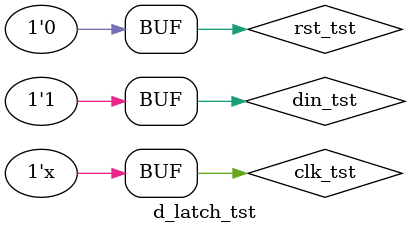
<source format=v>
module d_latch_tst();

	wire qout_tst ;
	reg clk_tst, rst_tst, din_tst ;

	d_latch DUT(din_tst, clk_tst, rst_tst, qout_tst);

	initial
		begin 
			clk_tst = 1 'b0 ;
			din_tst = 1 'b0 ;
			rst_tst = 1 'b0 ;
		end

	always 
		#50 clk_tst = ~clk_tst ;

	initial
		begin 
			#60 din_tst = 1 'b1 ;
			#10 rst_tst = 1 'b1 ;
			#10 din_tst = 1 'b0 ;
			#35 rst_tst = 1 'b0 ;
			#10 din_tst = 1 'b1 ;
			#35 din_tst = 1 'b0 ;
			#10 din_tst = 1 'b1 ;
			#40 din_tst = 1 'b0 ;
			#10 rst_tst = 1 'b1 ;
			#20 rst_tst = 1 'b0 ;
			#35 din_tst = 1 'b1 ;

		end

endmodule

</source>
